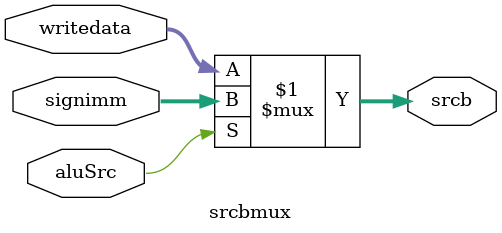
<source format=sv>
module srcbmux #(parameter N = 32)
		(input logic [N-1:0] writedata, signimm,
		input logic aluSrc,
		output logic [N-1:0] srcb);

assign srcb = (aluSrc) ? signimm : writedata;

endmodule

</source>
